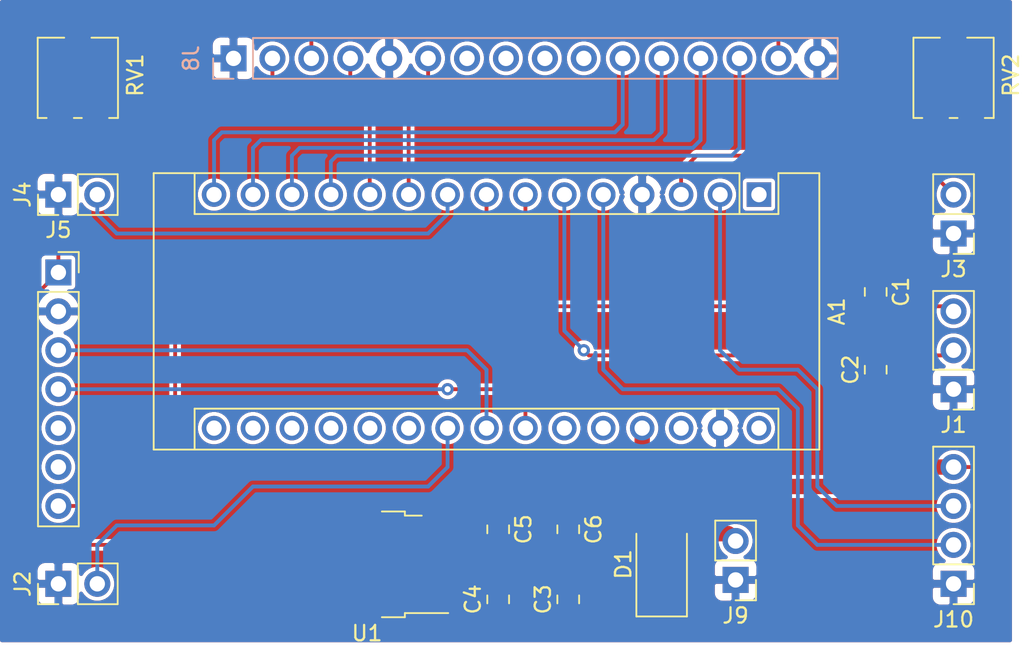
<source format=kicad_pcb>
(kicad_pcb (version 20171130) (host pcbnew "(5.1.6)-1")
  (layers (0 F.Cu signal) (31 B.Cu signal) (34 B.Paste user hide) (35 F.Paste user hide) (36 B.SilkS user) (37 F.SilkS user) (38 B.Mask user hide) (39 F.Mask user hide) (44 Edge.Cuts user hide))
  (net 0 "")
  (net 1 "Net-(A1-Pad16)")
  (net 2 D7)
  (net 3 "Net-(A1-Pad30)")
  (net 4 D6)
  (net 5 D5)
  (net 6 "Net-(A1-Pad28)")
  (net 7 D4)
  (net 8 RS)
  (net 9 "Net-(A1-Pad26)")
  (net 10 "Net-(A1-Pad25)")
  (net 11 Résolution)
  (net 12 SCL)
  (net 13 CLK0)
  (net 14 SDA)
  (net 15 RotaryB)
  (net 16 Bande)
  (net 17 RotaryA)
  (net 18 "Net-(A1-Pad21)")
  (net 19 "Net-(A1-Pad20)")
  (net 20 "Net-(A1-Pad19)")
  (net 21 RST)
  (net 22 "Net-(A1-Pad18)")
  (net 23 "Net-(A1-Pad17)")
  (net 24 "Net-(A1-Pad1)")
  (net 25 V0)
  (net 26 A)
  (net 27 "Net-(J8-Pad10)")
  (net 28 "Net-(J8-Pad9)")
  (net 29 "Net-(J8-Pad8)")
  (net 30 "Net-(J8-Pad7)")
  (net 31 +5V)
  (net 32 PPS)
  (net 33 GPS_RX)
  (net 34 E)
  (net 35 +12V)
  (net 36 "Net-(J5-Pad6)")
  (net 37 "Net-(J5-Pad5)")
  (net 38 "Net-(C3-Pad1)")
  (net 39 "Net-(RV2-Pad3)")
  (net 40 GND)
  (module Diode_SMD:D_SMA (layer F.Cu) (at 120.65 76.2 90)
    (fp_text reference D1 (at 0 -2.5 270) (layer F.SilkS))
    (fp_text value D_Schottky)
    (fp_line (start -3.4 -1.65) (end -3.4 1.65) (layer F.SilkS) (width 0.12))
    (fp_line (start -3.4 1.65) (end 2 1.65) (layer F.SilkS) (width 0.12))
    (fp_line (start -3.4 -1.65) (end 2 -1.65) (layer F.SilkS) (width 0.12))
    (pad 2 smd rect (at 2 0 90) (size 2.5 1.8) (layers F.Cu F.Paste F.Mask) (net 35 +12V))
    (pad 1 smd rect (at -2 0 90) (size 2.5 1.8) (layers F.Cu F.Paste F.Mask) (net 38 "Net-(C3-Pad1)"))
  )
  (module Package_TO_SOT_SMD:TO-252-2 (layer F.Cu) (at 101.4222 76.2 180)
    (fp_text reference U1 (at 0 -4.5 180) (layer F.SilkS))
    (fp_text value L7805)
    (fp_line (start -2.47 3.18) (end -3.57 3.18) (layer F.SilkS) (width 0.12))
    (fp_line (start -2.47 3.45) (end -2.47 3.18) (layer F.SilkS) (width 0.12))
    (fp_line (start -0.97 3.45) (end -2.47 3.45) (layer F.SilkS) (width 0.12))
    (fp_line (start -2.47 -3.18) (end -5.3 -3.18) (layer F.SilkS) (width 0.12))
    (fp_line (start -2.47 -3.45) (end -2.47 -3.18) (layer F.SilkS) (width 0.12))
    (fp_line (start -0.97 -3.45) (end -2.47 -3.45) (layer F.SilkS) (width 0.12))
    (pad 2 smd rect (at 2.1 0 180) (size 6.4 5.8) (layers F.Cu F.Mask) (net 40 GND))
    (pad 3 smd rect (at -4.2 2.28 180) (size 2.2 1.2) (layers F.Cu F.Paste F.Mask) (net 31 +5V))
    (pad 1 smd rect (at -4.2 -2.28 180) (size 2.2 1.2) (layers F.Cu F.Paste F.Mask) (net 38 "Net-(C3-Pad1)"))
  )
  (module Module:Arduino_Nano (layer F.Cu) (at 127 52.07 270)
    (fp_text reference A1 (at 7.62 -5.08 90) (layer F.SilkS))
    (fp_text value Arduino_Nano_v3.x)
    (fp_line (start 16.64 -3.94) (end -1.4 -3.94) (layer F.SilkS) (width 0.12))
    (fp_line (start 16.64 39.5) (end 16.64 -3.94) (layer F.SilkS) (width 0.12))
    (fp_line (start -1.4 39.5) (end 16.64 39.5) (layer F.SilkS) (width 0.12))
    (fp_line (start 1.27 36.83) (end -1.4 36.83) (layer F.SilkS) (width 0.12))
    (fp_line (start 1.27 1.27) (end 1.27 36.83) (layer F.SilkS) (width 0.12))
    (fp_line (start 1.27 1.27) (end -1.4 1.27) (layer F.SilkS) (width 0.12))
    (fp_line (start 13.97 36.83) (end 16.64 36.83) (layer F.SilkS) (width 0.12))
    (fp_line (start 13.97 -1.27) (end 13.97 36.83) (layer F.SilkS) (width 0.12))
    (fp_line (start 13.97 -1.27) (end 16.64 -1.27) (layer F.SilkS) (width 0.12))
    (fp_line (start -1.4 -3.94) (end -1.4 -1.27) (layer F.SilkS) (width 0.12))
    (fp_line (start -1.4 1.27) (end -1.4 39.5) (layer F.SilkS) (width 0.12))
    (fp_line (start 1.27 -1.27) (end -1.4 -1.27) (layer F.SilkS) (width 0.12))
    (fp_line (start 1.27 1.27) (end 1.27 -1.27) (layer F.SilkS) (width 0.12))
    (pad 16 thru_hole oval (at 15.24 35.56 270) (size 1.6 1.6) (drill 1) (layers *.Cu *.Mask) (net 1 "Net-(A1-Pad16)"))
    (pad 15 thru_hole oval (at 0 35.56 270) (size 1.6 1.6) (drill 1) (layers *.Cu *.Mask) (net 7 D4))
    (pad 30 thru_hole oval (at 15.24 0 270) (size 1.6 1.6) (drill 1) (layers *.Cu *.Mask) (net 3 "Net-(A1-Pad30)"))
    (pad 14 thru_hole oval (at 0 33.02 270) (size 1.6 1.6) (drill 1) (layers *.Cu *.Mask) (net 5 D5))
    (pad 29 thru_hole oval (at 15.24 2.54 270) (size 1.6 1.6) (drill 1) (layers *.Cu *.Mask) (net 40 GND))
    (pad 13 thru_hole oval (at 0 30.48 270) (size 1.6 1.6) (drill 1) (layers *.Cu *.Mask) (net 4 D6))
    (pad 28 thru_hole oval (at 15.24 5.08 270) (size 1.6 1.6) (drill 1) (layers *.Cu *.Mask) (net 6 "Net-(A1-Pad28)"))
    (pad 12 thru_hole oval (at 0 27.94 270) (size 1.6 1.6) (drill 1) (layers *.Cu *.Mask) (net 2 D7))
    (pad 27 thru_hole oval (at 15.24 7.62 270) (size 1.6 1.6) (drill 1) (layers *.Cu *.Mask) (net 31 +5V))
    (pad 11 thru_hole oval (at 0 25.4 270) (size 1.6 1.6) (drill 1) (layers *.Cu *.Mask) (net 8 RS))
    (pad 26 thru_hole oval (at 15.24 10.16 270) (size 1.6 1.6) (drill 1) (layers *.Cu *.Mask) (net 9 "Net-(A1-Pad26)"))
    (pad 10 thru_hole oval (at 0 22.86 270) (size 1.6 1.6) (drill 1) (layers *.Cu *.Mask) (net 34 E))
    (pad 25 thru_hole oval (at 15.24 12.7 270) (size 1.6 1.6) (drill 1) (layers *.Cu *.Mask) (net 10 "Net-(A1-Pad25)"))
    (pad 9 thru_hole oval (at 0 20.32 270) (size 1.6 1.6) (drill 1) (layers *.Cu *.Mask) (net 11 Résolution))
    (pad 24 thru_hole oval (at 15.24 15.24 270) (size 1.6 1.6) (drill 1) (layers *.Cu *.Mask) (net 12 SCL))
    (pad 8 thru_hole oval (at 0 17.78 270) (size 1.6 1.6) (drill 1) (layers *.Cu *.Mask) (net 13 CLK0))
    (pad 23 thru_hole oval (at 15.24 17.78 270) (size 1.6 1.6) (drill 1) (layers *.Cu *.Mask) (net 14 SDA))
    (pad 7 thru_hole oval (at 0 15.24 270) (size 1.6 1.6) (drill 1) (layers *.Cu *.Mask) (net 15 RotaryB))
    (pad 22 thru_hole oval (at 15.24 20.32 270) (size 1.6 1.6) (drill 1) (layers *.Cu *.Mask) (net 16 Bande))
    (pad 6 thru_hole oval (at 0 12.7 270) (size 1.6 1.6) (drill 1) (layers *.Cu *.Mask) (net 17 RotaryA))
    (pad 21 thru_hole oval (at 15.24 22.86 270) (size 1.6 1.6) (drill 1) (layers *.Cu *.Mask) (net 18 "Net-(A1-Pad21)"))
    (pad 5 thru_hole oval (at 0 10.16 270) (size 1.6 1.6) (drill 1) (layers *.Cu *.Mask) (net 32 PPS))
    (pad 20 thru_hole oval (at 15.24 25.4 270) (size 1.6 1.6) (drill 1) (layers *.Cu *.Mask) (net 19 "Net-(A1-Pad20)"))
    (pad 4 thru_hole oval (at 0 7.62 270) (size 1.6 1.6) (drill 1) (layers *.Cu *.Mask) (net 40 GND))
    (pad 19 thru_hole oval (at 15.24 27.94 270) (size 1.6 1.6) (drill 1) (layers *.Cu *.Mask) (net 20 "Net-(A1-Pad19)"))
    (pad 3 thru_hole oval (at 0 5.08 270) (size 1.6 1.6) (drill 1) (layers *.Cu *.Mask) (net 21 RST))
    (pad 18 thru_hole oval (at 15.24 30.48 270) (size 1.6 1.6) (drill 1) (layers *.Cu *.Mask) (net 22 "Net-(A1-Pad18)"))
    (pad 2 thru_hole oval (at 0 2.54 270) (size 1.6 1.6) (drill 1) (layers *.Cu *.Mask) (net 33 GPS_RX))
    (pad 17 thru_hole oval (at 15.24 33.02 270) (size 1.6 1.6) (drill 1) (layers *.Cu *.Mask) (net 23 "Net-(A1-Pad17)"))
    (pad 1 thru_hole rect (at 0 0 270) (size 1.6 1.6) (drill 1) (layers *.Cu *.Mask) (net 24 "Net-(A1-Pad1)"))
  )
  (module Connector_PinHeader_2.54mm:PinHeader_1x04_P2.54mm_Vertical (layer F.Cu) (at 139.7 77.47 180)
    (fp_text reference J10 (at 0 -2.33) (layer F.SilkS))
    (fp_text value GPS)
    (fp_line (start -1.33 -1.33) (end 0 -1.33) (layer F.SilkS) (width 0.12))
    (fp_line (start -1.33 0) (end -1.33 -1.33) (layer F.SilkS) (width 0.12))
    (fp_line (start -1.33 1.27) (end 1.33 1.27) (layer F.SilkS) (width 0.12))
    (fp_line (start 1.33 1.27) (end 1.33 8.95) (layer F.SilkS) (width 0.12))
    (fp_line (start -1.33 1.27) (end -1.33 8.95) (layer F.SilkS) (width 0.12))
    (fp_line (start -1.33 8.95) (end 1.33 8.95) (layer F.SilkS) (width 0.12))
    (pad 4 thru_hole oval (at 0 7.62 180) (size 1.7 1.7) (drill 1) (layers *.Cu *.Mask) (net 31 +5V))
    (pad 3 thru_hole oval (at 0 5.08 180) (size 1.7 1.7) (drill 1) (layers *.Cu *.Mask) (net 33 GPS_RX))
    (pad 2 thru_hole oval (at 0 2.54 180) (size 1.7 1.7) (drill 1) (layers *.Cu *.Mask) (net 32 PPS))
    (pad 1 thru_hole rect (at 0 0 180) (size 1.7 1.7) (drill 1) (layers *.Cu *.Mask) (net 40 GND))
  )
  (module Capacitor_SMD:C_0805_2012Metric (layer F.Cu) (at 114.554 73.914 270)
    (fp_text reference C6 (at 0 -1.65 90) (layer F.SilkS))
    (fp_text value 4.7µF)
    (fp_line (start -0.258578 0.71) (end 0.258578 0.71) (layer F.SilkS) (width 0.12))
    (fp_line (start -0.258578 -0.71) (end 0.258578 -0.71) (layer F.SilkS) (width 0.12))
    (pad 2 smd roundrect (at 0.9375 0 270) (size 0.975 1.4) (layers F.Cu F.Paste F.Mask) (net 40 GND))
    (pad 1 smd roundrect (at -0.9375 0 270) (size 0.975 1.4) (layers F.Cu F.Paste F.Mask) (net 31 +5V))
  )
  (module Capacitor_SMD:C_0805_2012Metric (layer F.Cu) (at 109.982 73.914 270)
    (fp_text reference C5 (at 0 -1.65 90) (layer F.SilkS))
    (fp_text value 0.1µF)
    (fp_line (start -0.258578 0.71) (end 0.258578 0.71) (layer F.SilkS) (width 0.12))
    (fp_line (start -0.258578 -0.71) (end 0.258578 -0.71) (layer F.SilkS) (width 0.12))
    (pad 2 smd roundrect (at 0.9375 0 270) (size 0.975 1.4) (layers F.Cu F.Paste F.Mask) (net 40 GND))
    (pad 1 smd roundrect (at -0.9375 0 270) (size 0.975 1.4) (layers F.Cu F.Paste F.Mask) (net 31 +5V))
  )
  (module Capacitor_SMD:C_0805_2012Metric (layer F.Cu) (at 109.982 78.486 90)
    (fp_text reference C4 (at 0 -1.65 90) (layer F.SilkS))
    (fp_text value 0.1µF)
    (fp_line (start -0.258578 0.71) (end 0.258578 0.71) (layer F.SilkS) (width 0.12))
    (fp_line (start -0.258578 -0.71) (end 0.258578 -0.71) (layer F.SilkS) (width 0.12))
    (pad 2 smd roundrect (at 0.9375 0 90) (size 0.975 1.4) (layers F.Cu F.Paste F.Mask) (net 40 GND))
    (pad 1 smd roundrect (at -0.9375 0 90) (size 0.975 1.4) (layers F.Cu F.Paste F.Mask) (net 38 "Net-(C3-Pad1)"))
  )
  (module Capacitor_SMD:C_0805_2012Metric (layer F.Cu) (at 114.554 78.486 90)
    (fp_text reference C3 (at 0 -1.65 90) (layer F.SilkS))
    (fp_text value 4.7µF)
    (fp_line (start -0.258578 0.71) (end 0.258578 0.71) (layer F.SilkS) (width 0.12))
    (fp_line (start -0.258578 -0.71) (end 0.258578 -0.71) (layer F.SilkS) (width 0.12))
    (pad 2 smd roundrect (at 0.9375 0 90) (size 0.975 1.4) (layers F.Cu F.Paste F.Mask) (net 40 GND))
    (pad 1 smd roundrect (at -0.9375 0 90) (size 0.975 1.4) (layers F.Cu F.Paste F.Mask) (net 38 "Net-(C3-Pad1)"))
  )
  (module Capacitor_SMD:C_0805_2012Metric (layer F.Cu) (at 134.62 63.5 90)
    (fp_text reference C2 (at 0 -1.65 90) (layer F.SilkS))
    (fp_text value 0.1µF)
    (fp_line (start -0.258578 0.71) (end 0.258578 0.71) (layer F.SilkS) (width 0.12))
    (fp_line (start -0.258578 -0.71) (end 0.258578 -0.71) (layer F.SilkS) (width 0.12))
    (pad 2 smd roundrect (at 0.9375 0 90) (size 0.975 1.4) (layers F.Cu F.Paste F.Mask) (net 17 RotaryA))
    (pad 1 smd roundrect (at -0.9375 0 90) (size 0.975 1.4) (layers F.Cu F.Paste F.Mask) (net 40 GND))
  )
  (module Capacitor_SMD:C_0805_2012Metric (layer F.Cu) (at 134.62 58.42 270)
    (fp_text reference C1 (at 0 -1.65 90) (layer F.SilkS))
    (fp_text value 0.1µF)
    (fp_line (start -0.258578 0.71) (end 0.258578 0.71) (layer F.SilkS) (width 0.12))
    (fp_line (start -0.258578 -0.71) (end 0.258578 -0.71) (layer F.SilkS) (width 0.12))
    (pad 2 smd roundrect (at 0.9375 0 270) (size 0.975 1.4) (layers F.Cu F.Paste F.Mask) (net 15 RotaryB))
    (pad 1 smd roundrect (at -0.9375 0 270) (size 0.975 1.4) (layers F.Cu F.Paste F.Mask) (net 40 GND))
  )
  (module Connector_PinHeader_2.54mm:PinHeader_1x02_P2.54mm_Vertical (layer F.Cu) (at 125.476 77.216 180)
    (fp_text reference J9 (at 0 -2.33) (layer F.SilkS))
    (fp_text value "Alim +12V")
    (fp_line (start -1.33 3.87) (end 1.33 3.87) (layer F.SilkS) (width 0.12))
    (fp_line (start -1.33 1.27) (end -1.33 3.87) (layer F.SilkS) (width 0.12))
    (fp_line (start 1.33 1.27) (end 1.33 3.87) (layer F.SilkS) (width 0.12))
    (fp_line (start -1.33 1.27) (end 1.33 1.27) (layer F.SilkS) (width 0.12))
    (fp_line (start -1.33 0) (end -1.33 -1.33) (layer F.SilkS) (width 0.12))
    (fp_line (start -1.33 -1.33) (end 0 -1.33) (layer F.SilkS) (width 0.12))
    (pad 2 thru_hole oval (at 0 2.54 180) (size 1.7 1.7) (drill 1) (layers *.Cu *.Mask) (net 35 +12V))
    (pad 1 thru_hole rect (at 0 0 180) (size 1.7 1.7) (drill 1) (layers *.Cu *.Mask) (net 40 GND))
  )
  (module Connector_PinSocket_2.54mm:PinSocket_1x16_P2.54mm_Vertical (layer B.Cu) (at 92.71 43.18 270)
    (fp_text reference J8 (at 0 2.77 270) (layer B.SilkS) (effects (justify mirror)))
    (fp_text value LCD)
    (fp_line (start -1.33 -1.27) (end 1.33 -1.27) (layer B.SilkS) (width 0.12))
    (fp_line (start -1.33 -1.27) (end -1.33 -39.43) (layer B.SilkS) (width 0.12))
    (fp_line (start -1.33 -39.43) (end 1.33 -39.43) (layer B.SilkS) (width 0.12))
    (fp_line (start 1.33 -1.27) (end 1.33 -39.43) (layer B.SilkS) (width 0.12))
    (fp_line (start 1.33 1.33) (end 1.33 0) (layer B.SilkS) (width 0.12))
    (fp_line (start 0 1.33) (end 1.33 1.33) (layer B.SilkS) (width 0.12))
    (pad 16 thru_hole oval (at 0 -38.1 270) (size 1.7 1.7) (drill 1) (layers *.Cu *.Mask) (net 40 GND))
    (pad 15 thru_hole oval (at 0 -35.56 270) (size 1.7 1.7) (drill 1) (layers *.Cu *.Mask) (net 26 A))
    (pad 14 thru_hole oval (at 0 -33.02 270) (size 1.7 1.7) (drill 1) (layers *.Cu *.Mask) (net 2 D7))
    (pad 13 thru_hole oval (at 0 -30.48 270) (size 1.7 1.7) (drill 1) (layers *.Cu *.Mask) (net 4 D6))
    (pad 12 thru_hole oval (at 0 -27.94 270) (size 1.7 1.7) (drill 1) (layers *.Cu *.Mask) (net 5 D5))
    (pad 11 thru_hole oval (at 0 -25.4 270) (size 1.7 1.7) (drill 1) (layers *.Cu *.Mask) (net 7 D4))
    (pad 10 thru_hole oval (at 0 -22.86 270) (size 1.7 1.7) (drill 1) (layers *.Cu *.Mask) (net 27 "Net-(J8-Pad10)"))
    (pad 9 thru_hole oval (at 0 -20.32 270) (size 1.7 1.7) (drill 1) (layers *.Cu *.Mask) (net 28 "Net-(J8-Pad9)"))
    (pad 8 thru_hole oval (at 0 -17.78 270) (size 1.7 1.7) (drill 1) (layers *.Cu *.Mask) (net 29 "Net-(J8-Pad8)"))
    (pad 7 thru_hole oval (at 0 -15.24 270) (size 1.7 1.7) (drill 1) (layers *.Cu *.Mask) (net 30 "Net-(J8-Pad7)"))
    (pad 6 thru_hole oval (at 0 -12.7 270) (size 1.7 1.7) (drill 1) (layers *.Cu *.Mask) (net 34 E))
    (pad 5 thru_hole oval (at 0 -10.16 270) (size 1.7 1.7) (drill 1) (layers *.Cu *.Mask) (net 40 GND))
    (pad 4 thru_hole oval (at 0 -7.62 270) (size 1.7 1.7) (drill 1) (layers *.Cu *.Mask) (net 8 RS))
    (pad 3 thru_hole oval (at 0 -5.08 270) (size 1.7 1.7) (drill 1) (layers *.Cu *.Mask) (net 25 V0))
    (pad 2 thru_hole oval (at 0 -2.54 270) (size 1.7 1.7) (drill 1) (layers *.Cu *.Mask) (net 31 +5V))
    (pad 1 thru_hole rect (at 0 0 270) (size 1.7 1.7) (drill 1) (layers *.Cu *.Mask) (net 40 GND))
  )
  (module Connector_PinSocket_2.54mm:PinSocket_1x07_P2.54mm_Vertical (layer F.Cu) (at 81.28 57.15)
    (fp_text reference J5 (at 0 -2.77) (layer F.SilkS))
    (fp_text value Si5351)
    (fp_line (start -1.33 1.27) (end 1.33 1.27) (layer F.SilkS) (width 0.12))
    (fp_line (start -1.33 1.27) (end -1.33 16.57) (layer F.SilkS) (width 0.12))
    (fp_line (start -1.33 16.57) (end 1.33 16.57) (layer F.SilkS) (width 0.12))
    (fp_line (start 1.33 1.27) (end 1.33 16.57) (layer F.SilkS) (width 0.12))
    (fp_line (start 1.33 -1.33) (end 1.33 0) (layer F.SilkS) (width 0.12))
    (fp_line (start 0 -1.33) (end 1.33 -1.33) (layer F.SilkS) (width 0.12))
    (pad 7 thru_hole oval (at 0 15.24) (size 1.7 1.7) (drill 1) (layers *.Cu *.Mask) (net 13 CLK0))
    (pad 6 thru_hole oval (at 0 12.7) (size 1.7 1.7) (drill 1) (layers *.Cu *.Mask) (net 36 "Net-(J5-Pad6)"))
    (pad 5 thru_hole oval (at 0 10.16) (size 1.7 1.7) (drill 1) (layers *.Cu *.Mask) (net 37 "Net-(J5-Pad5)"))
    (pad 4 thru_hole oval (at 0 7.62) (size 1.7 1.7) (drill 1) (layers *.Cu *.Mask) (net 12 SCL))
    (pad 3 thru_hole oval (at 0 5.08) (size 1.7 1.7) (drill 1) (layers *.Cu *.Mask) (net 14 SDA))
    (pad 2 thru_hole oval (at 0 2.54) (size 1.7 1.7) (drill 1) (layers *.Cu *.Mask) (net 40 GND))
    (pad 1 thru_hole rect (at 0 0) (size 1.7 1.7) (drill 1) (layers *.Cu *.Mask) (net 31 +5V))
  )
  (module Connector_PinHeader_2.54mm:PinHeader_1x02_P2.54mm_Vertical (layer F.Cu) (at 81.28 52.07 90)
    (fp_text reference J4 (at 0 -2.33 90) (layer F.SilkS))
    (fp_text value Résolution)
    (fp_line (start -1.33 3.87) (end 1.33 3.87) (layer F.SilkS) (width 0.12))
    (fp_line (start -1.33 1.27) (end -1.33 3.87) (layer F.SilkS) (width 0.12))
    (fp_line (start 1.33 1.27) (end 1.33 3.87) (layer F.SilkS) (width 0.12))
    (fp_line (start -1.33 1.27) (end 1.33 1.27) (layer F.SilkS) (width 0.12))
    (fp_line (start -1.33 0) (end -1.33 -1.33) (layer F.SilkS) (width 0.12))
    (fp_line (start -1.33 -1.33) (end 0 -1.33) (layer F.SilkS) (width 0.12))
    (pad 2 thru_hole oval (at 0 2.54 90) (size 1.7 1.7) (drill 1) (layers *.Cu *.Mask) (net 11 Résolution))
    (pad 1 thru_hole rect (at 0 0 90) (size 1.7 1.7) (drill 1) (layers *.Cu *.Mask) (net 40 GND))
  )
  (module Connector_PinHeader_2.54mm:PinHeader_1x02_P2.54mm_Vertical (layer F.Cu) (at 139.7 54.61 180)
    (fp_text reference J3 (at 0 -2.33) (layer F.SilkS))
    (fp_text value Reset)
    (fp_line (start -1.33 3.87) (end 1.33 3.87) (layer F.SilkS) (width 0.12))
    (fp_line (start -1.33 1.27) (end -1.33 3.87) (layer F.SilkS) (width 0.12))
    (fp_line (start 1.33 1.27) (end 1.33 3.87) (layer F.SilkS) (width 0.12))
    (fp_line (start -1.33 1.27) (end 1.33 1.27) (layer F.SilkS) (width 0.12))
    (fp_line (start -1.33 0) (end -1.33 -1.33) (layer F.SilkS) (width 0.12))
    (fp_line (start -1.33 -1.33) (end 0 -1.33) (layer F.SilkS) (width 0.12))
    (pad 2 thru_hole oval (at 0 2.54 180) (size 1.7 1.7) (drill 1) (layers *.Cu *.Mask) (net 21 RST))
    (pad 1 thru_hole rect (at 0 0 180) (size 1.7 1.7) (drill 1) (layers *.Cu *.Mask) (net 40 GND))
  )
  (module Connector_PinHeader_2.54mm:PinHeader_1x02_P2.54mm_Vertical (layer F.Cu) (at 81.28 77.47 90)
    (fp_text reference J2 (at 0 -2.33 90) (layer F.SilkS))
    (fp_text value Bande)
    (fp_line (start -1.33 3.87) (end 1.33 3.87) (layer F.SilkS) (width 0.12))
    (fp_line (start -1.33 1.27) (end -1.33 3.87) (layer F.SilkS) (width 0.12))
    (fp_line (start 1.33 1.27) (end 1.33 3.87) (layer F.SilkS) (width 0.12))
    (fp_line (start -1.33 1.27) (end 1.33 1.27) (layer F.SilkS) (width 0.12))
    (fp_line (start -1.33 0) (end -1.33 -1.33) (layer F.SilkS) (width 0.12))
    (fp_line (start -1.33 -1.33) (end 0 -1.33) (layer F.SilkS) (width 0.12))
    (pad 2 thru_hole oval (at 0 2.54 90) (size 1.7 1.7) (drill 1) (layers *.Cu *.Mask) (net 16 Bande))
    (pad 1 thru_hole rect (at 0 0 90) (size 1.7 1.7) (drill 1) (layers *.Cu *.Mask) (net 40 GND))
  )
  (module Connector_PinHeader_2.54mm:PinHeader_1x03_P2.54mm_Vertical (layer F.Cu) (at 139.7 64.77 180)
    (fp_text reference J1 (at 0 -2.33) (layer F.SilkS))
    (fp_text value Fréquence)
    (fp_line (start -1.33 6.41) (end 1.33 6.41) (layer F.SilkS) (width 0.12))
    (fp_line (start -1.33 1.27) (end -1.33 6.41) (layer F.SilkS) (width 0.12))
    (fp_line (start 1.33 1.27) (end 1.33 6.41) (layer F.SilkS) (width 0.12))
    (fp_line (start -1.33 1.27) (end 1.33 1.27) (layer F.SilkS) (width 0.12))
    (fp_line (start -1.33 0) (end -1.33 -1.33) (layer F.SilkS) (width 0.12))
    (fp_line (start -1.33 -1.33) (end 0 -1.33) (layer F.SilkS) (width 0.12))
    (pad 3 thru_hole oval (at 0 5.08 180) (size 1.7 1.7) (drill 1) (layers *.Cu *.Mask) (net 15 RotaryB))
    (pad 2 thru_hole oval (at 0 2.54 180) (size 1.7 1.7) (drill 1) (layers *.Cu *.Mask) (net 17 RotaryA))
    (pad 1 thru_hole rect (at 0 0 180) (size 1.7 1.7) (drill 1) (layers *.Cu *.Mask) (net 40 GND))
  )
  (module Potentiometer_SMD:Potentiometer_Vishay_TS53YL_Vertical (layer F.Cu) (at 82.55 44.45 270)
    (fp_text reference RV1 (at -0.175 -3.75 90) (layer F.SilkS))
    (fp_text value Contraste)
    (fp_line (start -2.62 -2.62) (end 2.62 -2.62) (layer F.SilkS) (width 0.12))
    (fp_line (start -2.62 2.62) (end 2.62 2.62) (layer F.SilkS) (width 0.12))
    (fp_line (start -2.62 -2.62) (end -2.62 -0.89) (layer F.SilkS) (width 0.12))
    (fp_line (start -2.62 0.89) (end -2.62 2.62) (layer F.SilkS) (width 0.12))
    (fp_line (start 2.62 -2.62) (end 2.62 -2.039) (layer F.SilkS) (width 0.12))
    (fp_line (start 2.62 -0.26) (end 2.62 0.26) (layer F.SilkS) (width 0.12))
    (fp_line (start 2.62 2.04) (end 2.62 2.62) (layer F.SilkS) (width 0.12))
    (pad 3 smd rect (at 2.75 1.15 270) (size 1.3 1.3) (layers F.Cu F.Paste F.Mask) (net 40 GND))
    (pad 2 smd rect (at -2.75 0 270) (size 2 1.3) (layers F.Cu F.Paste F.Mask) (net 25 V0))
    (pad 1 smd rect (at 2.75 -1.15 270) (size 1.3 1.3) (layers F.Cu F.Paste F.Mask) (net 31 +5V))
  )
  (module Potentiometer_SMD:Potentiometer_Vishay_TS53YL_Vertical (layer F.Cu) (at 139.7 44.45 270)
    (fp_text reference RV2 (at -0.175 -3.75 90) (layer F.SilkS))
    (fp_text value Backlight)
    (fp_line (start 2.62 2.04) (end 2.62 2.62) (layer F.SilkS) (width 0.12))
    (fp_line (start 2.62 -0.26) (end 2.62 0.26) (layer F.SilkS) (width 0.12))
    (fp_line (start 2.62 -2.62) (end 2.62 -2.039) (layer F.SilkS) (width 0.12))
    (fp_line (start -2.62 0.89) (end -2.62 2.62) (layer F.SilkS) (width 0.12))
    (fp_line (start -2.62 -2.62) (end -2.62 -0.89) (layer F.SilkS) (width 0.12))
    (fp_line (start -2.62 2.62) (end 2.62 2.62) (layer F.SilkS) (width 0.12))
    (fp_line (start -2.62 -2.62) (end 2.62 -2.62) (layer F.SilkS) (width 0.12))
    (pad 1 smd rect (at 2.75 -1.15 270) (size 1.3 1.3) (layers F.Cu F.Paste F.Mask) (net 31 +5V))
    (pad 2 smd rect (at -2.75 0 270) (size 2 1.3) (layers F.Cu F.Paste F.Mask) (net 26 A))
    (pad 3 smd rect (at 2.75 1.15 270) (size 1.3 1.3) (layers F.Cu F.Paste F.Mask) (net 39 "Net-(RV2-Pad3)"))
  )
  (segment (start 125.73 49.022) (end 125.73 43.18) (width 0.25) (layer B.Cu) (net 2))
  (segment (start 125.222 49.53) (end 125.73 49.022) (width 0.25) (layer B.Cu) (net 2))
  (segment (start 99.441 49.53) (end 125.222 49.53) (width 0.25) (layer B.Cu) (net 2))
  (segment (start 99.06 52.07) (end 99.06 49.911) (width 0.25) (layer B.Cu) (net 2))
  (segment (start 99.06 49.911) (end 99.441 49.53) (width 0.25) (layer B.Cu) (net 2))
  (segment (start 123.19 48.514) (end 123.19 43.18) (width 0.25) (layer B.Cu) (net 4))
  (segment (start 122.682 49.022) (end 123.19 48.514) (width 0.25) (layer B.Cu) (net 4))
  (segment (start 97.028 49.022) (end 122.682 49.022) (width 0.25) (layer B.Cu) (net 4))
  (segment (start 96.52 52.07) (end 96.52 49.53) (width 0.25) (layer B.Cu) (net 4))
  (segment (start 96.52 49.53) (end 97.028 49.022) (width 0.25) (layer B.Cu) (net 4))
  (segment (start 120.65 48.006) (end 120.65 43.18) (width 0.25) (layer B.Cu) (net 5))
  (segment (start 120.142 48.514) (end 120.65 48.006) (width 0.25) (layer B.Cu) (net 5))
  (segment (start 94.488 48.514) (end 120.142 48.514) (width 0.25) (layer B.Cu) (net 5))
  (segment (start 93.98 52.07) (end 93.98 49.022) (width 0.25) (layer B.Cu) (net 5))
  (segment (start 93.98 49.022) (end 94.488 48.514) (width 0.25) (layer B.Cu) (net 5))
  (segment (start 118.11 47.498) (end 118.11 43.18) (width 0.25) (layer B.Cu) (net 7))
  (segment (start 91.948 48.006) (end 117.602 48.006) (width 0.25) (layer B.Cu) (net 7))
  (segment (start 91.44 52.07) (end 91.44 48.514) (width 0.25) (layer B.Cu) (net 7))
  (segment (start 117.602 48.006) (end 118.11 47.498) (width 0.25) (layer B.Cu) (net 7))
  (segment (start 91.44 48.514) (end 91.948 48.006) (width 0.25) (layer B.Cu) (net 7))
  (segment (start 100.33 43.18) (end 100.33 44.45) (width 0.25) (layer F.Cu) (net 8))
  (segment (start 101.6 45.72) (end 101.6 52.07) (width 0.25) (layer F.Cu) (net 8))
  (segment (start 100.33 44.45) (end 101.6 45.72) (width 0.25) (layer F.Cu) (net 8))
  (segment (start 83.82 52.07) (end 83.82 53.34) (width 0.25) (layer B.Cu) (net 11))
  (segment (start 83.82 53.34) (end 85.09 54.61) (width 0.25) (layer B.Cu) (net 11))
  (segment (start 85.09 54.61) (end 105.41 54.61) (width 0.25) (layer B.Cu) (net 11))
  (segment (start 106.68 53.34) (end 106.68 52.07) (width 0.25) (layer B.Cu) (net 11))
  (segment (start 105.41 54.61) (end 106.68 53.34) (width 0.25) (layer B.Cu) (net 11))
  (via (at 106.68 64.77) (size 0.8) (drill 0.4) (layers F.Cu B.Cu) (net 12))
  (segment (start 81.28 64.77) (end 106.68 64.77) (width 0.25) (layer B.Cu) (net 12))
  (segment (start 106.68 64.77) (end 110.49 64.77) (width 0.25) (layer F.Cu) (net 12))
  (segment (start 110.49 64.77) (end 111.76 66.04) (width 0.25) (layer F.Cu) (net 12))
  (segment (start 111.76 66.04) (end 111.76 67.31) (width 0.25) (layer F.Cu) (net 12))
  (segment (start 81.28 72.39) (end 87.63 72.39) (width 0.25) (layer F.Cu) (net 13))
  (segment (start 87.63 72.39) (end 88.9 71.12) (width 0.25) (layer F.Cu) (net 13))
  (segment (start 88.9 71.12) (end 88.9 57.15) (width 0.25) (layer F.Cu) (net 13))
  (segment (start 88.9 57.15) (end 90.17 55.88) (width 0.25) (layer F.Cu) (net 13))
  (segment (start 90.17 55.88) (end 107.95 55.88) (width 0.25) (layer F.Cu) (net 13))
  (segment (start 109.22 54.61) (end 109.22 52.07) (width 0.25) (layer F.Cu) (net 13))
  (segment (start 107.95 55.88) (end 109.22 54.61) (width 0.25) (layer F.Cu) (net 13))
  (segment (start 81.28 62.23) (end 107.95 62.23) (width 0.25) (layer B.Cu) (net 14))
  (segment (start 107.95 62.23) (end 109.22 63.5) (width 0.25) (layer B.Cu) (net 14))
  (segment (start 109.22 63.5) (end 109.22 67.31) (width 0.25) (layer B.Cu) (net 14))
  (segment (start 139.3675 59.3575) (end 139.7 59.69) (width 0.25) (layer F.Cu) (net 15))
  (segment (start 134.62 59.3575) (end 139.3675 59.3575) (width 0.25) (layer F.Cu) (net 15))
  (segment (start 134.62 59.3575) (end 112.6975 59.3575) (width 0.25) (layer F.Cu) (net 15))
  (segment (start 111.76 58.42) (end 111.76 52.07) (width 0.25) (layer F.Cu) (net 15))
  (segment (start 112.6975 59.3575) (end 111.76 58.42) (width 0.25) (layer F.Cu) (net 15))
  (segment (start 83.82 77.47) (end 83.82 74.93) (width 0.25) (layer B.Cu) (net 16))
  (segment (start 83.82 74.93) (end 85.09 73.66) (width 0.25) (layer B.Cu) (net 16))
  (segment (start 85.09 73.66) (end 91.44 73.66) (width 0.25) (layer B.Cu) (net 16))
  (segment (start 91.44 73.66) (end 93.98 71.12) (width 0.25) (layer B.Cu) (net 16))
  (segment (start 93.98 71.12) (end 105.41 71.12) (width 0.25) (layer B.Cu) (net 16))
  (segment (start 106.68 69.85) (end 106.68 67.31) (width 0.25) (layer B.Cu) (net 16))
  (segment (start 105.41 71.12) (end 106.68 69.85) (width 0.25) (layer B.Cu) (net 16))
  (segment (start 139.3675 62.5625) (end 139.7 62.23) (width 0.25) (layer F.Cu) (net 17))
  (segment (start 134.62 62.5625) (end 139.3675 62.5625) (width 0.25) (layer F.Cu) (net 17))
  (via (at 115.57 62.23) (size 0.8) (drill 0.4) (layers F.Cu B.Cu) (net 17))
  (segment (start 134.62 62.5625) (end 115.9025 62.5625) (width 0.25) (layer F.Cu) (net 17))
  (segment (start 115.9025 62.5625) (end 115.57 62.23) (width 0.25) (layer F.Cu) (net 17))
  (segment (start 115.57 62.23) (end 114.3 60.96) (width 0.25) (layer B.Cu) (net 17))
  (segment (start 114.3 60.96) (end 114.3 52.07) (width 0.25) (layer B.Cu) (net 17))
  (segment (start 137.16 49.53) (end 139.7 52.07) (width 0.25) (layer F.Cu) (net 21))
  (segment (start 122.936 49.53) (end 137.16 49.53) (width 0.25) (layer F.Cu) (net 21))
  (segment (start 121.92 52.07) (end 121.92 50.546) (width 0.25) (layer F.Cu) (net 21))
  (segment (start 121.92 50.546) (end 122.936 49.53) (width 0.25) (layer F.Cu) (net 21))
  (segment (start 97.79 41.148) (end 97.79 43.18) (width 0.25) (layer F.Cu) (net 25))
  (segment (start 97.282 40.64) (end 97.79 41.148) (width 0.25) (layer F.Cu) (net 25))
  (segment (start 83.82 40.64) (end 97.282 40.64) (width 0.25) (layer F.Cu) (net 25))
  (segment (start 82.55 41.7) (end 82.76 41.7) (width 0.25) (layer F.Cu) (net 25))
  (segment (start 82.76 41.7) (end 83.82 40.64) (width 0.25) (layer F.Cu) (net 25))
  (segment (start 139.7 41.7) (end 139.49 41.7) (width 0.25) (layer F.Cu) (net 26))
  (segment (start 139.49 41.7) (end 138.43 40.64) (width 0.25) (layer F.Cu) (net 26))
  (segment (start 138.43 40.64) (end 129.54 40.64) (width 0.25) (layer F.Cu) (net 26))
  (segment (start 128.27 41.91) (end 128.27 43.18) (width 0.25) (layer F.Cu) (net 26))
  (segment (start 129.54 40.64) (end 128.27 41.91) (width 0.25) (layer F.Cu) (net 26))
  (segment (start 106.5657 72.9765) (end 105.6222 73.92) (width 1) (layer F.Cu) (net 31))
  (segment (start 109.982 72.9765) (end 106.5657 72.9765) (width 1) (layer F.Cu) (net 31))
  (segment (start 109.982 72.9765) (end 114.554 72.9765) (width 1) (layer F.Cu) (net 31))
  (segment (start 119.38 67.31) (end 119.38 71.12) (width 1) (layer F.Cu) (net 31))
  (segment (start 117.5235 72.9765) (end 114.554 72.9765) (width 1) (layer F.Cu) (net 31))
  (segment (start 119.38 71.12) (end 117.5235 72.9765) (width 1) (layer F.Cu) (net 31))
  (segment (start 119.38 71.12) (end 135.89 71.12) (width 1) (layer F.Cu) (net 31))
  (segment (start 137.16 69.85) (end 139.7 69.85) (width 1) (layer F.Cu) (net 31))
  (segment (start 135.89 71.12) (end 137.16 69.85) (width 1) (layer F.Cu) (net 31))
  (segment (start 86.15 47.2) (end 83.7 47.2) (width 0.25) (layer F.Cu) (net 31))
  (segment (start 87.63 45.72) (end 86.15 47.2) (width 0.25) (layer F.Cu) (net 31))
  (segment (start 93.98 45.72) (end 87.63 45.72) (width 0.25) (layer F.Cu) (net 31))
  (segment (start 95.25 43.18) (end 95.25 44.45) (width 0.25) (layer F.Cu) (net 31))
  (segment (start 95.25 44.45) (end 93.98 45.72) (width 0.25) (layer F.Cu) (net 31))
  (segment (start 104.0922 72.39) (end 105.6222 73.92) (width 0.25) (layer F.Cu) (net 31))
  (segment (start 95.25 72.39) (end 104.0922 72.39) (width 0.25) (layer F.Cu) (net 31))
  (segment (start 80.01 74.93) (end 92.71 74.93) (width 0.25) (layer F.Cu) (net 31))
  (segment (start 78.74 53.34) (end 81.28 55.88) (width 0.25) (layer F.Cu) (net 31))
  (segment (start 83.7 48.38) (end 82.55 49.53) (width 0.25) (layer F.Cu) (net 31))
  (segment (start 83.7 47.2) (end 83.7 48.38) (width 0.25) (layer F.Cu) (net 31))
  (segment (start 78.74 59.69) (end 78.74 73.66) (width 0.25) (layer F.Cu) (net 31))
  (segment (start 81.28 55.88) (end 81.28 57.15) (width 0.25) (layer F.Cu) (net 31))
  (segment (start 81.28 57.15) (end 78.74 59.69) (width 0.25) (layer F.Cu) (net 31))
  (segment (start 78.74 73.66) (end 80.01 74.93) (width 0.25) (layer F.Cu) (net 31))
  (segment (start 92.71 74.93) (end 95.25 72.39) (width 0.25) (layer F.Cu) (net 31))
  (segment (start 80.01 49.53) (end 78.74 50.8) (width 0.25) (layer F.Cu) (net 31))
  (segment (start 78.74 50.8) (end 78.74 53.34) (width 0.25) (layer F.Cu) (net 31))
  (segment (start 82.55 49.53) (end 80.01 49.53) (width 0.25) (layer F.Cu) (net 31))
  (segment (start 139.7 69.85) (end 140.97 69.85) (width 0.25) (layer F.Cu) (net 31))
  (segment (start 142.24 48.59) (end 140.85 47.2) (width 0.25) (layer F.Cu) (net 31))
  (segment (start 140.97 69.85) (end 142.24 68.58) (width 0.25) (layer F.Cu) (net 31))
  (segment (start 142.24 68.58) (end 142.24 48.59) (width 0.25) (layer F.Cu) (net 31))
  (segment (start 139.7 74.93) (end 130.81 74.93) (width 0.25) (layer B.Cu) (net 32))
  (segment (start 130.81 74.93) (end 129.54 73.66) (width 0.25) (layer B.Cu) (net 32))
  (segment (start 129.54 73.66) (end 129.54 66.04) (width 0.25) (layer B.Cu) (net 32))
  (segment (start 129.54 66.04) (end 128.27 64.77) (width 0.25) (layer B.Cu) (net 32))
  (segment (start 128.27 64.77) (end 118.11 64.77) (width 0.25) (layer B.Cu) (net 32))
  (segment (start 118.11 64.77) (end 116.84 63.5) (width 0.25) (layer B.Cu) (net 32))
  (segment (start 116.84 63.5) (end 116.84 52.07) (width 0.25) (layer B.Cu) (net 32))
  (segment (start 139.7 72.39) (end 138.43 72.39) (width 0.25) (layer B.Cu) (net 33))
  (segment (start 139.7 72.39) (end 132.08 72.39) (width 0.25) (layer B.Cu) (net 33))
  (segment (start 132.08 72.39) (end 130.81 71.12) (width 0.25) (layer B.Cu) (net 33))
  (segment (start 130.81 71.12) (end 130.81 64.77) (width 0.25) (layer B.Cu) (net 33))
  (segment (start 130.81 64.77) (end 129.54 63.5) (width 0.25) (layer B.Cu) (net 33))
  (segment (start 129.54 63.5) (end 125.73 63.5) (width 0.25) (layer B.Cu) (net 33))
  (segment (start 125.73 63.5) (end 124.46 62.23) (width 0.25) (layer B.Cu) (net 33))
  (segment (start 124.46 62.23) (end 124.46 52.07) (width 0.25) (layer B.Cu) (net 33))
  (segment (start 105.41 43.18) (end 105.41 44.45) (width 0.25) (layer F.Cu) (net 34))
  (segment (start 104.14 45.72) (end 104.14 52.07) (width 0.25) (layer F.Cu) (net 34))
  (segment (start 105.41 44.45) (end 104.14 45.72) (width 0.25) (layer F.Cu) (net 34))
  (segment (start 125 74.2) (end 125.476 74.676) (width 1) (layer F.Cu) (net 35))
  (segment (start 120.65 74.2) (end 125 74.2) (width 1) (layer F.Cu) (net 35))
  (segment (start 119.4265 79.4235) (end 120.65 78.2) (width 1) (layer F.Cu) (net 38))
  (segment (start 114.554 79.4235) (end 119.4265 79.4235) (width 1) (layer F.Cu) (net 38))
  (segment (start 114.554 79.4235) (end 109.982 79.4235) (width 1) (layer F.Cu) (net 38))
  (segment (start 106.5657 79.4235) (end 105.6222 78.48) (width 1) (layer F.Cu) (net 38))
  (segment (start 109.982 79.4235) (end 106.5657 79.4235) (width 1) (layer F.Cu) (net 38))
  (zone (net 40) (net_name GND) (layer B.Cu) (connect_pads (clearance 0.254)) (min_thickness 0.254) (fill yes (arc_segments 32) (thermal_gap 0.508) (thermal_bridge_width 0.508))
    (polygon (pts (xy 143.51 81.28) (xy 77.47 81.28) (xy 77.47 39.37) (xy 143.51 39.37)))
  )
  (zone (net 40) (net_name GND) (layer F.Cu) (connect_pads (clearance 0.254)) (min_thickness 0.254) (fill yes (arc_segments 32) (thermal_gap 0.508) (thermal_bridge_width 0.508))
    (polygon (pts (xy 143.51 81.28) (xy 77.47 81.28) (xy 77.47 39.37) (xy 143.51 39.37)))
  )
)
</source>
